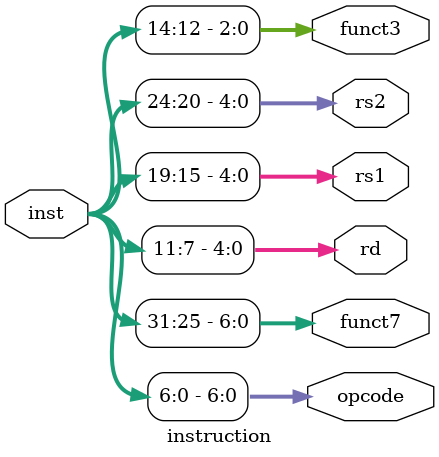
<source format=v>
module instruction
(
	input [31:0] inst,
	output [6:0] opcode, funct7,
	output [4:0] rd, rs1, rs2,
	output [2:0] funct3
);

	assign opcode = inst[6:0];
	assign rd = inst[11:7];
	assign funct3 = inst[14:12];
	assign rs1 = inst[19:15];
	assign rs2 = inst[24:20];
	assign funct7 = inst[31:25];
	
endmodule
</source>
